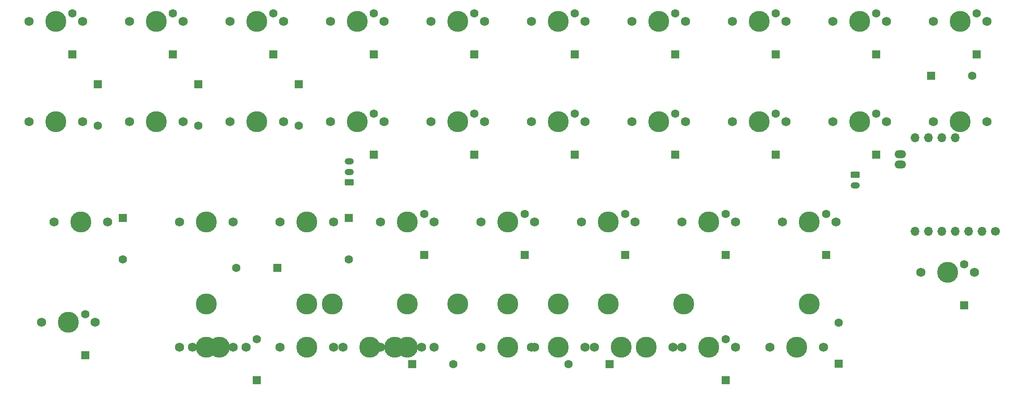
<source format=gbr>
%TF.GenerationSoftware,KiCad,Pcbnew,(7.0.0)*%
%TF.CreationDate,2023-05-17T15:52:52+02:00*%
%TF.ProjectId,Alpha-ISO BLE,416c7068-612d-4495-934f-20424c452e6b,rev?*%
%TF.SameCoordinates,Original*%
%TF.FileFunction,Soldermask,Top*%
%TF.FilePolarity,Negative*%
%FSLAX46Y46*%
G04 Gerber Fmt 4.6, Leading zero omitted, Abs format (unit mm)*
G04 Created by KiCad (PCBNEW (7.0.0)) date 2023-05-17 15:52:52*
%MOMM*%
%LPD*%
G01*
G04 APERTURE LIST*
G04 Aperture macros list*
%AMRoundRect*
0 Rectangle with rounded corners*
0 $1 Rounding radius*
0 $2 $3 $4 $5 $6 $7 $8 $9 X,Y pos of 4 corners*
0 Add a 4 corners polygon primitive as box body*
4,1,4,$2,$3,$4,$5,$6,$7,$8,$9,$2,$3,0*
0 Add four circle primitives for the rounded corners*
1,1,$1+$1,$2,$3*
1,1,$1+$1,$4,$5*
1,1,$1+$1,$6,$7*
1,1,$1+$1,$8,$9*
0 Add four rect primitives between the rounded corners*
20,1,$1+$1,$2,$3,$4,$5,0*
20,1,$1+$1,$4,$5,$6,$7,0*
20,1,$1+$1,$6,$7,$8,$9,0*
20,1,$1+$1,$8,$9,$2,$3,0*%
G04 Aperture macros list end*
%ADD10R,1.600000X1.600000*%
%ADD11C,1.600000*%
%ADD12C,1.750000*%
%ADD13C,3.987800*%
%ADD14C,1.700000*%
%ADD15O,1.700000X1.700000*%
%ADD16O,2.200000X1.500000*%
%ADD17RoundRect,0.250000X0.625000X-0.350000X0.625000X0.350000X-0.625000X0.350000X-0.625000X-0.350000X0*%
%ADD18O,1.750000X1.200000*%
%ADD19RoundRect,0.250000X-0.625000X0.350000X-0.625000X-0.350000X0.625000X-0.350000X0.625000X0.350000X0*%
G04 APERTURE END LIST*
D10*
%TO.C,D6*%
X149224999Y-77718749D03*
D11*
X149225000Y-69918750D03*
%TD*%
D12*
%TO.C,MX42*%
X143351250Y-95250000D03*
D13*
X148431250Y-95250000D03*
D12*
X153511250Y-95250000D03*
%TD*%
%TO.C,MX14*%
X64770000Y-95250000D03*
D13*
X69850000Y-95250000D03*
D12*
X74930000Y-95250000D03*
%TD*%
D10*
%TO.C,D17*%
X87312499Y-45312499D03*
D11*
X87312500Y-53112500D03*
%TD*%
D12*
%TO.C,MX5*%
X51117500Y-71437500D03*
D13*
X46037500Y-71437500D03*
D12*
X40957500Y-71437500D03*
%TD*%
%TO.C,MX12*%
X74930000Y-71437500D03*
D13*
X69850000Y-71437500D03*
D12*
X64770000Y-71437500D03*
%TD*%
D13*
%TO.C,S2*%
X127000000Y-86995000D03*
X88900000Y-86995000D03*
%TD*%
D10*
%TO.C,D35*%
X130174999Y-77718749D03*
D11*
X130175000Y-69918750D03*
%TD*%
D10*
%TO.C,D9*%
X158749999Y-39618749D03*
D11*
X158750000Y-31818750D03*
%TD*%
D10*
%TO.C,D24*%
X146266999Y-98424999D03*
D11*
X138467000Y-98425000D03*
%TD*%
D12*
%TO.C,MX35*%
X83820000Y-95250000D03*
D13*
X88900000Y-95250000D03*
D12*
X93980000Y-95250000D03*
%TD*%
D10*
%TO.C,D31*%
X196849999Y-58668749D03*
D11*
X196850000Y-50868750D03*
%TD*%
D12*
%TO.C,MX43*%
X148113750Y-95250000D03*
D13*
X153193750Y-95250000D03*
D12*
X158273750Y-95250000D03*
%TD*%
%TO.C,MX26*%
X102870000Y-71437500D03*
D13*
X107950000Y-71437500D03*
D12*
X113030000Y-71437500D03*
%TD*%
D10*
%TO.C,D13*%
X168274999Y-77718749D03*
D11*
X168275000Y-69918750D03*
%TD*%
D12*
%TO.C,MX16*%
X169545000Y-33337500D03*
D13*
X174625000Y-33337500D03*
D12*
X179705000Y-33337500D03*
%TD*%
D10*
%TO.C,D18*%
X177799999Y-58668749D03*
D11*
X177800000Y-50868750D03*
%TD*%
D10*
%TO.C,D12*%
X83274999Y-80168749D03*
D11*
X75475000Y-80168750D03*
%TD*%
D12*
%TO.C,MX31*%
X112395000Y-52387500D03*
D13*
X117475000Y-52387500D03*
D12*
X122555000Y-52387500D03*
%TD*%
%TO.C,MX29*%
X112395000Y-33337500D03*
D13*
X117475000Y-33337500D03*
D12*
X122555000Y-33337500D03*
%TD*%
%TO.C,MX36*%
X67151250Y-95250000D03*
D13*
X72231250Y-95250000D03*
D12*
X77311250Y-95250000D03*
%TD*%
D10*
%TO.C,D20*%
X187324999Y-77718749D03*
D11*
X187325000Y-69918750D03*
%TD*%
D10*
%TO.C,D37*%
X213518749Y-87243749D03*
D11*
X213518750Y-79443750D03*
%TD*%
D10*
%TO.C,D32*%
X207237499Y-43656249D03*
D11*
X215037500Y-43656250D03*
%TD*%
D10*
%TO.C,D29*%
X120649999Y-58668749D03*
D11*
X120650000Y-50868750D03*
%TD*%
D10*
%TO.C,D2*%
X139699999Y-39618749D03*
D11*
X139700000Y-31818750D03*
%TD*%
D12*
%TO.C,MX8*%
X55245000Y-33337500D03*
D13*
X60325000Y-33337500D03*
D12*
X65405000Y-33337500D03*
%TD*%
%TO.C,MX37*%
X100488750Y-95250000D03*
D13*
X105568750Y-95250000D03*
D12*
X110648750Y-95250000D03*
%TD*%
D10*
%TO.C,D15*%
X82549999Y-39618749D03*
D11*
X82550000Y-31818750D03*
%TD*%
D13*
%TO.C,S3*%
X184150000Y-86995000D03*
X146050000Y-86995000D03*
%TD*%
D12*
%TO.C,MX18*%
X169545000Y-52387500D03*
D13*
X174625000Y-52387500D03*
D12*
X179705000Y-52387500D03*
%TD*%
D10*
%TO.C,D28*%
X101599999Y-58668749D03*
D11*
X101600000Y-50868750D03*
%TD*%
D10*
%TO.C,D34*%
X111124999Y-77718749D03*
D11*
X111125000Y-69918750D03*
%TD*%
D12*
%TO.C,MX24*%
X93345000Y-52387500D03*
D13*
X98425000Y-52387500D03*
D12*
X103505000Y-52387500D03*
%TD*%
D10*
%TO.C,D16*%
X177799999Y-39618749D03*
D11*
X177800000Y-31818750D03*
%TD*%
D12*
%TO.C,MX44*%
X176688750Y-95250000D03*
D13*
X181768750Y-95250000D03*
D12*
X186848750Y-95250000D03*
%TD*%
%TO.C,MX19*%
X93980000Y-71437500D03*
D13*
X88900000Y-71437500D03*
D12*
X83820000Y-71437500D03*
%TD*%
%TO.C,MX21*%
X102870000Y-95250000D03*
D13*
X107950000Y-95250000D03*
D12*
X113030000Y-95250000D03*
%TD*%
%TO.C,MX15*%
X74295000Y-33337500D03*
D13*
X79375000Y-33337500D03*
D12*
X84455000Y-33337500D03*
%TD*%
D10*
%TO.C,D40*%
X168274999Y-101531249D03*
D11*
X168275000Y-93731250D03*
%TD*%
D12*
%TO.C,MX4*%
X131445000Y-52387500D03*
D13*
X136525000Y-52387500D03*
D12*
X141605000Y-52387500D03*
%TD*%
%TO.C,MX2*%
X131445000Y-33337500D03*
D13*
X136525000Y-33337500D03*
D12*
X141605000Y-33337500D03*
%TD*%
D10*
%TO.C,D23*%
X120649999Y-39618749D03*
D11*
X120650000Y-31818750D03*
%TD*%
D12*
%TO.C,MX11*%
X150495000Y-52387500D03*
D13*
X155575000Y-52387500D03*
D12*
X160655000Y-52387500D03*
%TD*%
%TO.C,MX9*%
X150495000Y-33337500D03*
D13*
X155575000Y-33337500D03*
D12*
X160655000Y-33337500D03*
%TD*%
%TO.C,MX38*%
X95726250Y-95250000D03*
D13*
X100806250Y-95250000D03*
D12*
X105886250Y-95250000D03*
%TD*%
D10*
%TO.C,D4*%
X139699999Y-58668749D03*
D11*
X139700000Y-50868750D03*
%TD*%
D13*
%TO.C,S8*%
X184150000Y-86995000D03*
X88900000Y-86995000D03*
%TD*%
D12*
%TO.C,MX20*%
X179070000Y-71437500D03*
D13*
X184150000Y-71437500D03*
D12*
X189230000Y-71437500D03*
%TD*%
D10*
%TO.C,D11*%
X158749999Y-58668749D03*
D11*
X158750000Y-50868750D03*
%TD*%
D10*
%TO.C,D3*%
X49212499Y-45312499D03*
D11*
X49212500Y-53112500D03*
%TD*%
D12*
%TO.C,MX3*%
X36195000Y-52387500D03*
D13*
X41275000Y-52387500D03*
D12*
X46355000Y-52387500D03*
%TD*%
D10*
%TO.C,D25*%
X196849999Y-39618749D03*
D11*
X196850000Y-31818750D03*
%TD*%
D10*
%TO.C,D19*%
X96837499Y-70712499D03*
D11*
X96837500Y-78512500D03*
%TD*%
D10*
%TO.C,D14*%
X79374999Y-101531249D03*
D11*
X79375000Y-93731250D03*
%TD*%
D10*
%TO.C,D22*%
X101599999Y-39618749D03*
D11*
X101600000Y-31818750D03*
%TD*%
D12*
%TO.C,MX30*%
X207645000Y-33337500D03*
D13*
X212725000Y-33337500D03*
D12*
X217805000Y-33337500D03*
%TD*%
%TO.C,MX39*%
X121920000Y-95250000D03*
D13*
X127000000Y-95250000D03*
D12*
X132080000Y-95250000D03*
%TD*%
D13*
%TO.C,S6*%
X117475000Y-86995000D03*
X93662500Y-86995000D03*
%TD*%
D12*
%TO.C,MX6*%
X140970000Y-71437500D03*
D13*
X146050000Y-71437500D03*
D12*
X151130000Y-71437500D03*
%TD*%
D13*
%TO.C,S4*%
X107950000Y-86995000D03*
X69850000Y-86995000D03*
%TD*%
D10*
%TO.C,D1*%
X44449999Y-39618749D03*
D11*
X44450000Y-31818750D03*
%TD*%
D10*
%TO.C,D10*%
X68262499Y-45312499D03*
D11*
X68262500Y-53112500D03*
%TD*%
D12*
%TO.C,MX10*%
X55245000Y-52387500D03*
D13*
X60325000Y-52387500D03*
D12*
X65405000Y-52387500D03*
%TD*%
%TO.C,MX17*%
X74295000Y-52387500D03*
D13*
X79375000Y-52387500D03*
D12*
X84455000Y-52387500D03*
%TD*%
%TO.C,MX27*%
X205263750Y-80962500D03*
D13*
X210343750Y-80962500D03*
D12*
X215423750Y-80962500D03*
%TD*%
D13*
%TO.C,S9*%
X184150000Y-86995000D03*
X69850000Y-86995000D03*
%TD*%
D10*
%TO.C,D7*%
X46831249Y-96768749D03*
D11*
X46831250Y-88968750D03*
%TD*%
D12*
%TO.C,MX23*%
X188595000Y-33337500D03*
D13*
X193675000Y-33337500D03*
D12*
X198755000Y-33337500D03*
%TD*%
%TO.C,MX1*%
X36195000Y-33337500D03*
D13*
X41275000Y-33337500D03*
D12*
X46355000Y-33337500D03*
%TD*%
%TO.C,MX22*%
X93345000Y-33337500D03*
D13*
X98425000Y-33337500D03*
D12*
X103505000Y-33337500D03*
%TD*%
D10*
%TO.C,D5*%
X53974999Y-70712499D03*
D11*
X53975000Y-78512500D03*
%TD*%
D10*
%TO.C,D27*%
X189706249Y-98356249D03*
D11*
X189706250Y-90556250D03*
%TD*%
D10*
%TO.C,D21*%
X108812499Y-98424999D03*
D11*
X116612500Y-98425000D03*
%TD*%
D12*
%TO.C,MX25*%
X188595000Y-52387500D03*
D13*
X193675000Y-52387500D03*
D12*
X198755000Y-52387500D03*
%TD*%
D10*
%TO.C,D8*%
X63499999Y-39618749D03*
D11*
X63500000Y-31818750D03*
%TD*%
D13*
%TO.C,S7*%
X160337500Y-86995000D03*
X136525000Y-86995000D03*
%TD*%
D10*
%TO.C,D26*%
X215899999Y-39618749D03*
D11*
X215900000Y-31818750D03*
%TD*%
D12*
%TO.C,MX28*%
X160020000Y-95250000D03*
D13*
X165100000Y-95250000D03*
D12*
X170180000Y-95250000D03*
%TD*%
%TO.C,MX32*%
X207645000Y-52387500D03*
D13*
X212725000Y-52387500D03*
D12*
X217805000Y-52387500D03*
%TD*%
%TO.C,MX7*%
X38576250Y-90487500D03*
D13*
X43656250Y-90487500D03*
D12*
X48736250Y-90487500D03*
%TD*%
%TO.C,MX33*%
X121920000Y-71437500D03*
D13*
X127000000Y-71437500D03*
D12*
X132080000Y-71437500D03*
%TD*%
%TO.C,MX34*%
X131445000Y-95250000D03*
D13*
X136525000Y-95250000D03*
D12*
X141605000Y-95250000D03*
%TD*%
%TO.C,MX13*%
X160020000Y-71437500D03*
D13*
X165100000Y-71437500D03*
D12*
X170180000Y-71437500D03*
%TD*%
D14*
%TO.C,J1*%
X219386662Y-73189580D03*
D15*
X216846661Y-73189579D03*
X214306661Y-73189579D03*
X211766661Y-73189579D03*
X209226661Y-73189579D03*
X206686661Y-73189579D03*
X204146661Y-73189579D03*
D16*
X201352661Y-60489579D03*
X201352661Y-58584579D03*
D15*
X204146661Y-55409579D03*
X206686661Y-55409579D03*
X209226661Y-55409579D03*
X211766661Y-55409579D03*
%TD*%
D17*
%TO.C,J3*%
X96906250Y-63912500D03*
D18*
X96906249Y-61912499D03*
X96906249Y-59912499D03*
%TD*%
D19*
%TO.C,J2*%
X192812500Y-62500000D03*
D18*
X192812499Y-64499999D03*
%TD*%
M02*

</source>
